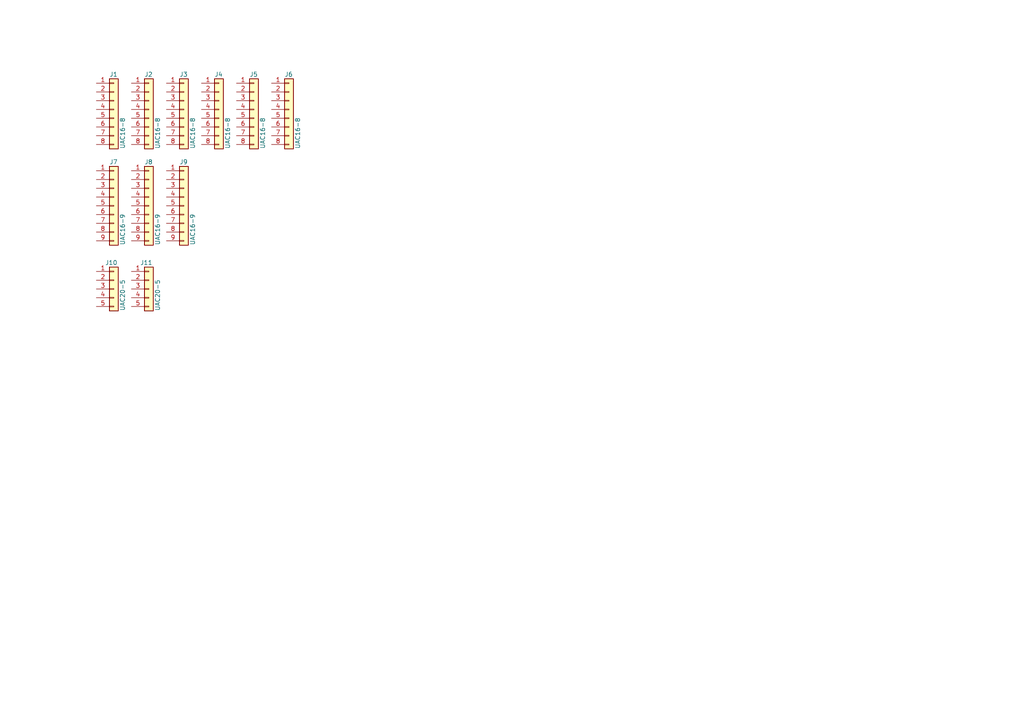
<source format=kicad_sch>
(kicad_sch (version 20230121) (generator eeschema)
  (paper "A4")
  (lib_symbols
    (symbol "Connector_Generic:Conn_01x05" (pin_names (offset 1.016) hide)
      (property "Reference" "J" (at 0 7.62 0))
      (property "Value" "Conn_01x05" (at 0 -7.62 0))
      (symbol "Conn_01x05_1_1"
        (rectangle (start -1.27 -4.953) (end 0 -5.207) (stroke (width 0.1524)))
        (rectangle (start -1.27 -2.413) (end 0 -2.667) (stroke (width 0.1524)))
        (rectangle (start -1.27 0.127) (end 0 -0.127) (stroke (width 0.1524)))
        (rectangle (start -1.27 2.667) (end 0 2.413) (stroke (width 0.1524)))
        (rectangle (start -1.27 5.207) (end 0 4.953) (stroke (width 0.1524)))
        (rectangle (start -1.27 6.35) (end 1.27 -6.35) (stroke (width 0.254)) (fill (type background)))
        (pin passive line (at -5.08 5.08 0) (length 3.81) (name "Pin_1") (number "1"))
        (pin passive line (at -5.08 2.54 0) (length 3.81) (name "Pin_2") (number "2"))
        (pin passive line (at -5.08 0 0) (length 3.81) (name "Pin_3") (number "3"))
        (pin passive line (at -5.08 -2.54 0) (length 3.81) (name "Pin_4") (number "4"))
        (pin passive line (at -5.08 -5.08 0) (length 3.81) (name "Pin_5") (number "5"))
      )
    )
    (symbol "Connector_Generic:Conn_01x08" (pin_names (offset 1.016) hide)
      (property "Reference" "J" (at 0 10.16 0))
      (property "Value" "Conn_01x08" (at 0 -12.7 0))
      (symbol "Conn_01x08_1_1"
        (rectangle (start -1.27 -10.033) (end 0 -10.287) (stroke (width 0.1524)))
        (rectangle (start -1.27 -7.493) (end 0 -7.747) (stroke (width 0.1524)))
        (rectangle (start -1.27 -4.953) (end 0 -5.207) (stroke (width 0.1524)))
        (rectangle (start -1.27 -2.413) (end 0 -2.667) (stroke (width 0.1524)))
        (rectangle (start -1.27 0.127) (end 0 -0.127) (stroke (width 0.1524)))
        (rectangle (start -1.27 2.667) (end 0 2.413) (stroke (width 0.1524)))
        (rectangle (start -1.27 5.207) (end 0 4.953) (stroke (width 0.1524)))
        (rectangle (start -1.27 7.747) (end 0 7.493) (stroke (width 0.1524)))
        (rectangle (start -1.27 8.89) (end 1.27 -11.43) (stroke (width 0.254)) (fill (type background)))
        (pin passive line (at -5.08 7.62 0) (length 3.81) (name "Pin_1") (number "1"))
        (pin passive line (at -5.08 5.08 0) (length 3.81) (name "Pin_2") (number "2"))
        (pin passive line (at -5.08 2.54 0) (length 3.81) (name "Pin_3") (number "3"))
        (pin passive line (at -5.08 0 0) (length 3.81) (name "Pin_4") (number "4"))
        (pin passive line (at -5.08 -2.54 0) (length 3.81) (name "Pin_5") (number "5"))
        (pin passive line (at -5.08 -5.08 0) (length 3.81) (name "Pin_6") (number "6"))
        (pin passive line (at -5.08 -7.62 0) (length 3.81) (name "Pin_7") (number "7"))
        (pin passive line (at -5.08 -10.16 0) (length 3.81) (name "Pin_8") (number "8"))
      )
    )
    (symbol "Connector_Generic:Conn_01x09" (pin_names (offset 1.016) hide)
      (property "Reference" "J" (at 0 12.7 0))
      (property "Value" "Conn_01x09" (at 0 -12.7 0))
      (symbol "Conn_01x09_1_1"
        (rectangle (start -1.27 -10.033) (end 0 -10.287) (stroke (width 0.1524)))
        (rectangle (start -1.27 -7.493) (end 0 -7.747) (stroke (width 0.1524)))
        (rectangle (start -1.27 -4.953) (end 0 -5.207) (stroke (width 0.1524)))
        (rectangle (start -1.27 -2.413) (end 0 -2.667) (stroke (width 0.1524)))
        (rectangle (start -1.27 0.127) (end 0 -0.127) (stroke (width 0.1524)))
        (rectangle (start -1.27 2.667) (end 0 2.413) (stroke (width 0.1524)))
        (rectangle (start -1.27 5.207) (end 0 4.953) (stroke (width 0.1524)))
        (rectangle (start -1.27 7.747) (end 0 7.493) (stroke (width 0.1524)))
        (rectangle (start -1.27 10.287) (end 0 10.033) (stroke (width 0.1524)))
        (rectangle (start -1.27 11.43) (end 1.27 -11.43) (stroke (width 0.254)) (fill (type background)))
        (pin passive line (at -5.08 10.16 0) (length 3.81) (name "Pin_1") (number "1"))
        (pin passive line (at -5.08 7.62 0) (length 3.81) (name "Pin_2") (number "2"))
        (pin passive line (at -5.08 5.08 0) (length 3.81) (name "Pin_3") (number "3"))
        (pin passive line (at -5.08 2.54 0) (length 3.81) (name "Pin_4") (number "4"))
        (pin passive line (at -5.08 0 0) (length 3.81) (name "Pin_5") (number "5"))
        (pin passive line (at -5.08 -2.54 0) (length 3.81) (name "Pin_6") (number "6"))
        (pin passive line (at -5.08 -5.08 0) (length 3.81) (name "Pin_7") (number "7"))
        (pin passive line (at -5.08 -7.62 0) (length 3.81) (name "Pin_8") (number "8"))
        (pin passive line (at -5.08 -10.16 0) (length 3.81) (name "Pin_9") (number "9"))
      )
    )
  )
  (symbol (lib_id "Connector_Generic:Conn_01x08") (at 53.34 31.75 0) (unit 1)
    (property "Reference" "J3" (at 52.07 21.59 0) (effects (justify left)))
    (property "Value" "UAC16-8" (at 55.88 43.18 90) (effects (justify left)))
    (property "Footprint" "UACsocket:UAC16-8" (effects hide))
  )
  (symbol (lib_id "Connector_Generic:Conn_01x08") (at 83.82 31.75 0) (unit 1)
    (property "Reference" "J6" (at 82.55 21.59 0) (effects (justify left)))
    (property "Value" "UAC16-8" (at 86.36 43.18 90) (effects (justify left)))
    (property "Footprint" "UACsocket:UAC16-8" (effects hide))
  )
  (symbol (lib_id "Connector_Generic:Conn_01x08") (at 33.02 31.75 0) (unit 1)
    (property "Reference" "J1" (at 31.75 21.59 0) (effects (justify left)))
    (property "Value" "UAC16-8" (at 35.56 43.18 90) (effects (justify left)))
    (property "Footprint" "UACsocket:UAC16-8" (effects hide))
  )
  (symbol (lib_id "Connector_Generic:Conn_01x05") (at 33.02 83.82 0) (unit 1)
    (property "Reference" "J10" (at 30.48 76.2 0) (effects (justify left)))
    (property "Value" "UAC20-5" (at 35.56 90.17 90) (effects (justify left)))
    (property "Footprint" "UACsocket:UAC20-5" (effects hide))
  )
  (symbol (lib_id "Connector_Generic:Conn_01x09") (at 43.18 59.69 0) (unit 1)
    (property "Reference" "J8" (at 41.91 46.99 0) (effects (justify left)))
    (property "Value" "UAC16-9" (at 45.72 71.12 90) (effects (justify left)))
    (property "Footprint" "UACsocket:UAC16-9" (effects hide))
  )
  (symbol (lib_id "Connector_Generic:Conn_01x05") (at 43.18 83.82 0) (unit 1)
    (property "Reference" "J11" (at 40.64 76.2 0) (effects (justify left)))
    (property "Value" "UAC20-5" (at 45.72 90.17 90) (effects (justify left)))
    (property "Footprint" "UACsocket:UAC20-5" (effects hide))
  )
  (symbol (lib_id "Connector_Generic:Conn_01x09") (at 53.34 59.69 0) (unit 1)
    (property "Reference" "J9" (at 52.07 46.99 0) (effects (justify left)))
    (property "Value" "UAC16-9" (at 55.88 71.12 90) (effects (justify left)))
    (property "Footprint" "UACsocket:UAC16-9" (effects hide))
  )
  (symbol (lib_id "Connector_Generic:Conn_01x09") (at 33.02 59.69 0) (unit 1)
    (property "Reference" "J7" (at 31.75 46.99 0) (effects (justify left)))
    (property "Value" "UAC16-9" (at 35.56 71.12 90) (effects (justify left)))
    (property "Footprint" "UACsocket:UAC16-9" (effects hide))
  )
  (symbol (lib_id "Connector_Generic:Conn_01x08") (at 63.5 31.75 0) (unit 1)
    (property "Reference" "J4" (at 62.23 21.59 0) (effects (justify left)))
    (property "Value" "UAC16-8" (at 66.04 43.18 90) (effects (justify left)))
    (property "Footprint" "UACsocket:UAC16-8" (effects hide))
  )
  (symbol (lib_id "Connector_Generic:Conn_01x08") (at 43.18 31.75 0) (unit 1)
    (property "Reference" "J2" (at 41.91 21.59 0) (effects (justify left)))
    (property "Value" "UAC16-8" (at 45.72 43.18 90) (effects (justify left)))
    (property "Footprint" "UACsocket:UAC16-8" (effects hide))
  )
  (symbol (lib_id "Connector_Generic:Conn_01x08") (at 73.66 31.75 0) (unit 1)
    (property "Reference" "J5" (at 72.39 21.59 0) (effects (justify left)))
    (property "Value" "UAC16-8" (at 76.2 43.18 90) (effects (justify left)))
    (property "Footprint" "UACsocket:UAC16-8" (effects hide))
  )
)
</source>
